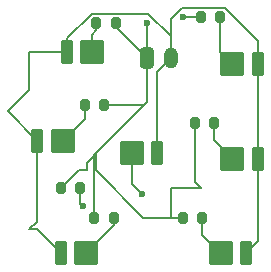
<source format=gbr>
%TF.GenerationSoftware,KiCad,Pcbnew,9.0.6*%
%TF.CreationDate,2025-11-11T17:50:26+05:30*%
%TF.ProjectId,torch_light_portion,746f7263-685f-46c6-9967-68745f706f72,rev?*%
%TF.SameCoordinates,Original*%
%TF.FileFunction,Copper,L1,Top*%
%TF.FilePolarity,Positive*%
%FSLAX46Y46*%
G04 Gerber Fmt 4.6, Leading zero omitted, Abs format (unit mm)*
G04 Created by KiCad (PCBNEW 9.0.6) date 2025-11-11 17:50:26*
%MOMM*%
%LPD*%
G01*
G04 APERTURE LIST*
G04 Aperture macros list*
%AMRoundRect*
0 Rectangle with rounded corners*
0 $1 Rounding radius*
0 $2 $3 $4 $5 $6 $7 $8 $9 X,Y pos of 4 corners*
0 Add a 4 corners polygon primitive as box body*
4,1,4,$2,$3,$4,$5,$6,$7,$8,$9,$2,$3,0*
0 Add four circle primitives for the rounded corners*
1,1,$1+$1,$2,$3*
1,1,$1+$1,$4,$5*
1,1,$1+$1,$6,$7*
1,1,$1+$1,$8,$9*
0 Add four rect primitives between the rounded corners*
20,1,$1+$1,$2,$3,$4,$5,0*
20,1,$1+$1,$4,$5,$6,$7,0*
20,1,$1+$1,$6,$7,$8,$9,0*
20,1,$1+$1,$8,$9,$2,$3,0*%
G04 Aperture macros list end*
%TA.AperFunction,SMDPad,CuDef*%
%ADD10RoundRect,0.165000X-0.385000X-0.885000X0.385000X-0.885000X0.385000X0.885000X-0.385000X0.885000X0*%
%TD*%
%TA.AperFunction,SMDPad,CuDef*%
%ADD11RoundRect,0.315000X-0.735000X-0.735000X0.735000X-0.735000X0.735000X0.735000X-0.735000X0.735000X0*%
%TD*%
%TA.AperFunction,SMDPad,CuDef*%
%ADD12RoundRect,0.200000X-0.200000X-0.275000X0.200000X-0.275000X0.200000X0.275000X-0.200000X0.275000X0*%
%TD*%
%TA.AperFunction,SMDPad,CuDef*%
%ADD13RoundRect,0.165000X0.385000X0.885000X-0.385000X0.885000X-0.385000X-0.885000X0.385000X-0.885000X0*%
%TD*%
%TA.AperFunction,SMDPad,CuDef*%
%ADD14RoundRect,0.315000X0.735000X0.735000X-0.735000X0.735000X-0.735000X-0.735000X0.735000X-0.735000X0*%
%TD*%
%TA.AperFunction,ComponentPad*%
%ADD15RoundRect,0.300000X-0.300000X-0.600000X0.300000X-0.600000X0.300000X0.600000X-0.300000X0.600000X0*%
%TD*%
%TA.AperFunction,ComponentPad*%
%ADD16O,1.200000X1.800000*%
%TD*%
%TA.AperFunction,SMDPad,CuDef*%
%ADD17RoundRect,0.200000X0.200000X0.275000X-0.200000X0.275000X-0.200000X-0.275000X0.200000X-0.275000X0*%
%TD*%
%TA.AperFunction,ViaPad*%
%ADD18C,0.600000*%
%TD*%
%TA.AperFunction,Conductor*%
%ADD19C,0.200000*%
%TD*%
G04 APERTURE END LIST*
D10*
%TO.P,D5,1,K*%
%TO.N,GND*%
X119160000Y-97500000D03*
D11*
%TO.P,D5,2,A*%
%TO.N,Net-(D5-A)*%
X121310000Y-97500000D03*
%TD*%
D12*
%TO.P,R2,1*%
%TO.N,+3.3V*%
X133000000Y-87000000D03*
%TO.P,R2,2*%
%TO.N,Net-(D6-A)*%
X134650000Y-87000000D03*
%TD*%
D13*
%TO.P,D2,1,K*%
%TO.N,GND*%
X136840000Y-107000000D03*
D14*
%TO.P,D2,2,A*%
%TO.N,Net-(D2-A)*%
X134690000Y-107000000D03*
%TD*%
D15*
%TO.P,J1,1,Pin_1*%
%TO.N,+3.3V*%
X128500000Y-90500000D03*
D16*
%TO.P,J1,2,Pin_2*%
%TO.N,GND*%
X130500000Y-90500000D03*
%TD*%
D12*
%TO.P,R4,1*%
%TO.N,+3.3V*%
X132500000Y-96000000D03*
%TO.P,R4,2*%
%TO.N,Net-(D4-A)*%
X134150000Y-96000000D03*
%TD*%
%TO.P,R1,1*%
%TO.N,+3.3V*%
X124000000Y-104000000D03*
%TO.P,R1,2*%
%TO.N,Net-(D3-A)*%
X125650000Y-104000000D03*
%TD*%
%TO.P,R6,1*%
%TO.N,+3.3V*%
X121175000Y-101500000D03*
%TO.P,R6,2*%
%TO.N,Net-(D1-A)*%
X122825000Y-101500000D03*
%TD*%
D13*
%TO.P,D1,1,K*%
%TO.N,GND*%
X129340000Y-98500000D03*
D14*
%TO.P,D1,2,A*%
%TO.N,Net-(D1-A)*%
X127190000Y-98500000D03*
%TD*%
D13*
%TO.P,D4,1,K*%
%TO.N,GND*%
X137840000Y-99000000D03*
D14*
%TO.P,D4,2,A*%
%TO.N,Net-(D4-A)*%
X135690000Y-99000000D03*
%TD*%
D17*
%TO.P,R5,1*%
%TO.N,+3.3V*%
X125825000Y-87500000D03*
%TO.P,R5,2*%
%TO.N,Net-(D7-A)*%
X124175000Y-87500000D03*
%TD*%
D10*
%TO.P,D7,1,K*%
%TO.N,GND*%
X121660000Y-90000000D03*
D11*
%TO.P,D7,2,A*%
%TO.N,Net-(D7-A)*%
X123810000Y-90000000D03*
%TD*%
D13*
%TO.P,D6,1,K*%
%TO.N,GND*%
X137840000Y-91000000D03*
D14*
%TO.P,D6,2,A*%
%TO.N,Net-(D6-A)*%
X135690000Y-91000000D03*
%TD*%
D17*
%TO.P,R3,1*%
%TO.N,+3.3V*%
X124825000Y-94500000D03*
%TO.P,R3,2*%
%TO.N,Net-(D5-A)*%
X123175000Y-94500000D03*
%TD*%
D12*
%TO.P,R7,1*%
%TO.N,+3.3V*%
X131500000Y-104000000D03*
%TO.P,R7,2*%
%TO.N,Net-(D2-A)*%
X133150000Y-104000000D03*
%TD*%
D10*
%TO.P,D3,1,K*%
%TO.N,GND*%
X121160000Y-107000000D03*
D11*
%TO.P,D3,2,A*%
%TO.N,Net-(D3-A)*%
X123310000Y-107000000D03*
%TD*%
D18*
%TO.N,Net-(D1-A)*%
X128000000Y-102000000D03*
X123000000Y-103000000D03*
%TO.N,+3.3V*%
X128500000Y-87500000D03*
X131500000Y-87000000D03*
%TD*%
D19*
%TO.N,GND*%
X118500000Y-93160000D02*
X116660000Y-95000000D01*
X118500000Y-90000000D02*
X118500000Y-93160000D01*
X120000000Y-90000000D02*
X118500000Y-90000000D01*
X116660000Y-95000000D02*
X119160000Y-97500000D01*
%TO.N,Net-(D1-A)*%
X127190000Y-101190000D02*
X127190000Y-98500000D01*
X128000000Y-102000000D02*
X127190000Y-101190000D01*
X122825000Y-102825000D02*
X123000000Y-103000000D01*
X122825000Y-101500000D02*
X122825000Y-102825000D01*
%TO.N,+3.3V*%
X122675000Y-100000000D02*
X121175000Y-101500000D01*
X123350000Y-100000000D02*
X122675000Y-100000000D01*
%TO.N,GND*%
X121660000Y-88825936D02*
X121660000Y-90000000D01*
X128573943Y-86724000D02*
X123761936Y-86724000D01*
X130500000Y-88650057D02*
X128573943Y-86724000D01*
X130500000Y-90500000D02*
X130500000Y-88650057D01*
X123761936Y-86724000D02*
X121660000Y-88825936D01*
X131426057Y-86224000D02*
X130500000Y-87150057D01*
X130500000Y-87150057D02*
X130500000Y-90500000D01*
X135063064Y-86224000D02*
X131426057Y-86224000D01*
X137840000Y-89000936D02*
X135063064Y-86224000D01*
X137840000Y-91000000D02*
X137840000Y-89000936D01*
X137840000Y-106000000D02*
X137840000Y-99000000D01*
X136840000Y-107000000D02*
X137840000Y-106000000D01*
X137840000Y-99000000D02*
X137840000Y-98660000D01*
X119160000Y-105000000D02*
X121160000Y-107000000D01*
X119160000Y-97500000D02*
X119160000Y-104340000D01*
X120000000Y-90000000D02*
X121660000Y-90000000D01*
X137840000Y-91000000D02*
X137840000Y-99000000D01*
X118500000Y-105000000D02*
X119160000Y-105000000D01*
X137840000Y-98660000D02*
X138340000Y-98160000D01*
X129340000Y-91660000D02*
X130500000Y-90500000D01*
X129340000Y-98500000D02*
X129340000Y-91660000D01*
X119160000Y-104340000D02*
X118500000Y-105000000D01*
%TO.N,+3.3V*%
X133000000Y-87000000D02*
X131500000Y-87000000D01*
X124124000Y-98551000D02*
X124124000Y-98624000D01*
X132500000Y-101000000D02*
X132500000Y-96000000D01*
X128175000Y-94500000D02*
X124825000Y-94500000D01*
X130500000Y-101500000D02*
X133000000Y-101500000D01*
X128500000Y-87500000D02*
X128500000Y-90500000D01*
X125587500Y-97087500D02*
X124124000Y-98551000D01*
X133000000Y-101500000D02*
X132500000Y-101000000D01*
X125825000Y-87825000D02*
X125825000Y-87500000D01*
X123350000Y-99398000D02*
X123350000Y-100000000D01*
X124000000Y-98675000D02*
X124000000Y-104000000D01*
X128500000Y-94175000D02*
X125587500Y-97087500D01*
X130500000Y-104000000D02*
X131500000Y-104000000D01*
X128500000Y-90500000D02*
X125825000Y-87825000D01*
X128500000Y-90500000D02*
X128500000Y-94175000D01*
X124124000Y-98551000D02*
X124124000Y-99988064D01*
X128135936Y-104000000D02*
X130500000Y-104000000D01*
X125587500Y-97087500D02*
X124000000Y-98675000D01*
X130500000Y-104000000D02*
X130500000Y-101500000D01*
X124124000Y-98624000D02*
X123350000Y-99398000D01*
X124124000Y-99988064D02*
X128135936Y-104000000D01*
X128500000Y-94175000D02*
X128175000Y-94500000D01*
%TO.N,Net-(D2-A)*%
X133150000Y-105460000D02*
X134690000Y-107000000D01*
X133150000Y-104000000D02*
X133150000Y-105460000D01*
%TO.N,Net-(D3-A)*%
X125650000Y-104660000D02*
X125650000Y-104000000D01*
X123310000Y-107000000D02*
X125650000Y-104660000D01*
%TO.N,Net-(D4-A)*%
X134150000Y-96000000D02*
X134150000Y-97460000D01*
X134150000Y-97460000D02*
X135690000Y-99000000D01*
%TO.N,Net-(D5-A)*%
X123175000Y-95635000D02*
X121310000Y-97500000D01*
X123175000Y-94500000D02*
X123175000Y-95635000D01*
%TO.N,Net-(D6-A)*%
X134650000Y-89960000D02*
X135690000Y-91000000D01*
X134650000Y-87000000D02*
X134650000Y-89960000D01*
%TO.N,Net-(D7-A)*%
X123810000Y-88500000D02*
X123810000Y-90000000D01*
X124175000Y-88135000D02*
X123810000Y-88500000D01*
X124175000Y-87500000D02*
X124175000Y-88135000D01*
%TD*%
M02*

</source>
